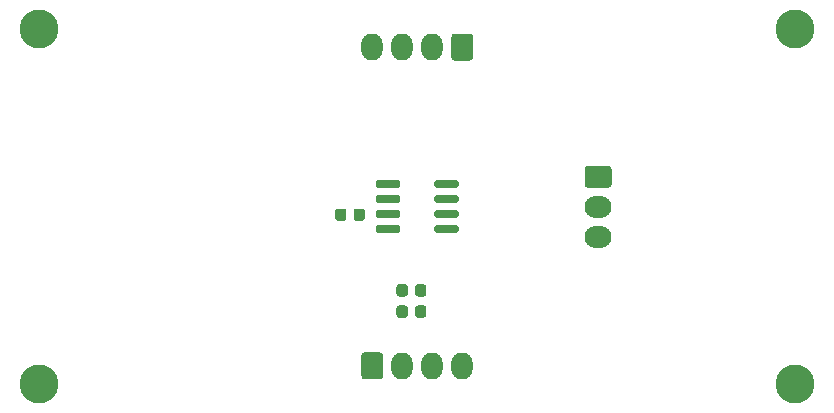
<source format=gbs>
G04 #@! TF.GenerationSoftware,KiCad,Pcbnew,(5.1.6)-1*
G04 #@! TF.CreationDate,2022-06-26T15:17:10+10:00*
G04 #@! TF.ProjectId,wind_sensors,77696e64-5f73-4656-9e73-6f72732e6b69,rev?*
G04 #@! TF.SameCoordinates,Original*
G04 #@! TF.FileFunction,Soldermask,Bot*
G04 #@! TF.FilePolarity,Negative*
%FSLAX46Y46*%
G04 Gerber Fmt 4.6, Leading zero omitted, Abs format (unit mm)*
G04 Created by KiCad (PCBNEW (5.1.6)-1) date 2022-06-26 15:17:10*
%MOMM*%
%LPD*%
G01*
G04 APERTURE LIST*
%ADD10O,2.290000X1.840000*%
%ADD11O,1.840000X2.290000*%
%ADD12C,3.300000*%
G04 APERTURE END LIST*
G36*
G01*
X145350000Y-103680000D02*
X145350000Y-103330000D01*
G75*
G02*
X145525000Y-103155000I175000J0D01*
G01*
X147225000Y-103155000D01*
G75*
G02*
X147400000Y-103330000I0J-175000D01*
G01*
X147400000Y-103680000D01*
G75*
G02*
X147225000Y-103855000I-175000J0D01*
G01*
X145525000Y-103855000D01*
G75*
G02*
X145350000Y-103680000I0J175000D01*
G01*
G37*
G36*
G01*
X145350000Y-102410000D02*
X145350000Y-102060000D01*
G75*
G02*
X145525000Y-101885000I175000J0D01*
G01*
X147225000Y-101885000D01*
G75*
G02*
X147400000Y-102060000I0J-175000D01*
G01*
X147400000Y-102410000D01*
G75*
G02*
X147225000Y-102585000I-175000J0D01*
G01*
X145525000Y-102585000D01*
G75*
G02*
X145350000Y-102410000I0J175000D01*
G01*
G37*
G36*
G01*
X145350000Y-101140000D02*
X145350000Y-100790000D01*
G75*
G02*
X145525000Y-100615000I175000J0D01*
G01*
X147225000Y-100615000D01*
G75*
G02*
X147400000Y-100790000I0J-175000D01*
G01*
X147400000Y-101140000D01*
G75*
G02*
X147225000Y-101315000I-175000J0D01*
G01*
X145525000Y-101315000D01*
G75*
G02*
X145350000Y-101140000I0J175000D01*
G01*
G37*
G36*
G01*
X145350000Y-99870000D02*
X145350000Y-99520000D01*
G75*
G02*
X145525000Y-99345000I175000J0D01*
G01*
X147225000Y-99345000D01*
G75*
G02*
X147400000Y-99520000I0J-175000D01*
G01*
X147400000Y-99870000D01*
G75*
G02*
X147225000Y-100045000I-175000J0D01*
G01*
X145525000Y-100045000D01*
G75*
G02*
X145350000Y-99870000I0J175000D01*
G01*
G37*
G36*
G01*
X140400000Y-99870000D02*
X140400000Y-99520000D01*
G75*
G02*
X140575000Y-99345000I175000J0D01*
G01*
X142275000Y-99345000D01*
G75*
G02*
X142450000Y-99520000I0J-175000D01*
G01*
X142450000Y-99870000D01*
G75*
G02*
X142275000Y-100045000I-175000J0D01*
G01*
X140575000Y-100045000D01*
G75*
G02*
X140400000Y-99870000I0J175000D01*
G01*
G37*
G36*
G01*
X140400000Y-101140000D02*
X140400000Y-100790000D01*
G75*
G02*
X140575000Y-100615000I175000J0D01*
G01*
X142275000Y-100615000D01*
G75*
G02*
X142450000Y-100790000I0J-175000D01*
G01*
X142450000Y-101140000D01*
G75*
G02*
X142275000Y-101315000I-175000J0D01*
G01*
X140575000Y-101315000D01*
G75*
G02*
X140400000Y-101140000I0J175000D01*
G01*
G37*
G36*
G01*
X140400000Y-102410000D02*
X140400000Y-102060000D01*
G75*
G02*
X140575000Y-101885000I175000J0D01*
G01*
X142275000Y-101885000D01*
G75*
G02*
X142450000Y-102060000I0J-175000D01*
G01*
X142450000Y-102410000D01*
G75*
G02*
X142275000Y-102585000I-175000J0D01*
G01*
X140575000Y-102585000D01*
G75*
G02*
X140400000Y-102410000I0J175000D01*
G01*
G37*
G36*
G01*
X140400000Y-103680000D02*
X140400000Y-103330000D01*
G75*
G02*
X140575000Y-103155000I175000J0D01*
G01*
X142275000Y-103155000D01*
G75*
G02*
X142450000Y-103330000I0J-175000D01*
G01*
X142450000Y-103680000D01*
G75*
G02*
X142275000Y-103855000I-175000J0D01*
G01*
X140575000Y-103855000D01*
G75*
G02*
X140400000Y-103680000I0J175000D01*
G01*
G37*
D10*
X159200000Y-104160000D03*
X159200000Y-101620000D03*
G36*
G01*
X158319367Y-98160000D02*
X160080633Y-98160000D01*
G75*
G02*
X160345000Y-98424367I0J-264367D01*
G01*
X160345000Y-99735633D01*
G75*
G02*
X160080633Y-100000000I-264367J0D01*
G01*
X158319367Y-100000000D01*
G75*
G02*
X158055000Y-99735633I0J264367D01*
G01*
X158055000Y-98424367D01*
G75*
G02*
X158319367Y-98160000I264367J0D01*
G01*
G37*
D11*
X140090000Y-88100000D03*
X142630000Y-88100000D03*
X145170000Y-88100000D03*
G36*
G01*
X148630000Y-87219367D02*
X148630000Y-88980633D01*
G75*
G02*
X148365633Y-89245000I-264367J0D01*
G01*
X147054367Y-89245000D01*
G75*
G02*
X146790000Y-88980633I0J264367D01*
G01*
X146790000Y-87219367D01*
G75*
G02*
X147054367Y-86955000I264367J0D01*
G01*
X148365633Y-86955000D01*
G75*
G02*
X148630000Y-87219367I0J-264367D01*
G01*
G37*
X147710000Y-115100000D03*
X145170000Y-115100000D03*
X142630000Y-115100000D03*
G36*
G01*
X139170000Y-115980633D02*
X139170000Y-114219367D01*
G75*
G02*
X139434367Y-113955000I264367J0D01*
G01*
X140745633Y-113955000D01*
G75*
G02*
X141010000Y-114219367I0J-264367D01*
G01*
X141010000Y-115980633D01*
G75*
G02*
X140745633Y-116245000I-264367J0D01*
G01*
X139434367Y-116245000D01*
G75*
G02*
X139170000Y-115980633I0J264367D01*
G01*
G37*
G36*
G01*
X137900000Y-102018750D02*
X137900000Y-102581250D01*
G75*
G02*
X137656250Y-102825000I-243750J0D01*
G01*
X137168750Y-102825000D01*
G75*
G02*
X136925000Y-102581250I0J243750D01*
G01*
X136925000Y-102018750D01*
G75*
G02*
X137168750Y-101775000I243750J0D01*
G01*
X137656250Y-101775000D01*
G75*
G02*
X137900000Y-102018750I0J-243750D01*
G01*
G37*
G36*
G01*
X139475000Y-102018750D02*
X139475000Y-102581250D01*
G75*
G02*
X139231250Y-102825000I-243750J0D01*
G01*
X138743750Y-102825000D01*
G75*
G02*
X138500000Y-102581250I0J243750D01*
G01*
X138500000Y-102018750D01*
G75*
G02*
X138743750Y-101775000I243750J0D01*
G01*
X139231250Y-101775000D01*
G75*
G02*
X139475000Y-102018750I0J-243750D01*
G01*
G37*
G36*
G01*
X143700000Y-110781250D02*
X143700000Y-110218750D01*
G75*
G02*
X143943750Y-109975000I243750J0D01*
G01*
X144431250Y-109975000D01*
G75*
G02*
X144675000Y-110218750I0J-243750D01*
G01*
X144675000Y-110781250D01*
G75*
G02*
X144431250Y-111025000I-243750J0D01*
G01*
X143943750Y-111025000D01*
G75*
G02*
X143700000Y-110781250I0J243750D01*
G01*
G37*
G36*
G01*
X142125000Y-110781250D02*
X142125000Y-110218750D01*
G75*
G02*
X142368750Y-109975000I243750J0D01*
G01*
X142856250Y-109975000D01*
G75*
G02*
X143100000Y-110218750I0J-243750D01*
G01*
X143100000Y-110781250D01*
G75*
G02*
X142856250Y-111025000I-243750J0D01*
G01*
X142368750Y-111025000D01*
G75*
G02*
X142125000Y-110781250I0J243750D01*
G01*
G37*
G36*
G01*
X143700000Y-108981250D02*
X143700000Y-108418750D01*
G75*
G02*
X143943750Y-108175000I243750J0D01*
G01*
X144431250Y-108175000D01*
G75*
G02*
X144675000Y-108418750I0J-243750D01*
G01*
X144675000Y-108981250D01*
G75*
G02*
X144431250Y-109225000I-243750J0D01*
G01*
X143943750Y-109225000D01*
G75*
G02*
X143700000Y-108981250I0J243750D01*
G01*
G37*
G36*
G01*
X142125000Y-108981250D02*
X142125000Y-108418750D01*
G75*
G02*
X142368750Y-108175000I243750J0D01*
G01*
X142856250Y-108175000D01*
G75*
G02*
X143100000Y-108418750I0J-243750D01*
G01*
X143100000Y-108981250D01*
G75*
G02*
X142856250Y-109225000I-243750J0D01*
G01*
X142368750Y-109225000D01*
G75*
G02*
X142125000Y-108981250I0J243750D01*
G01*
G37*
D12*
X111900000Y-116600000D03*
X111900000Y-86600000D03*
X175900000Y-116600000D03*
X175900000Y-86600000D03*
M02*

</source>
